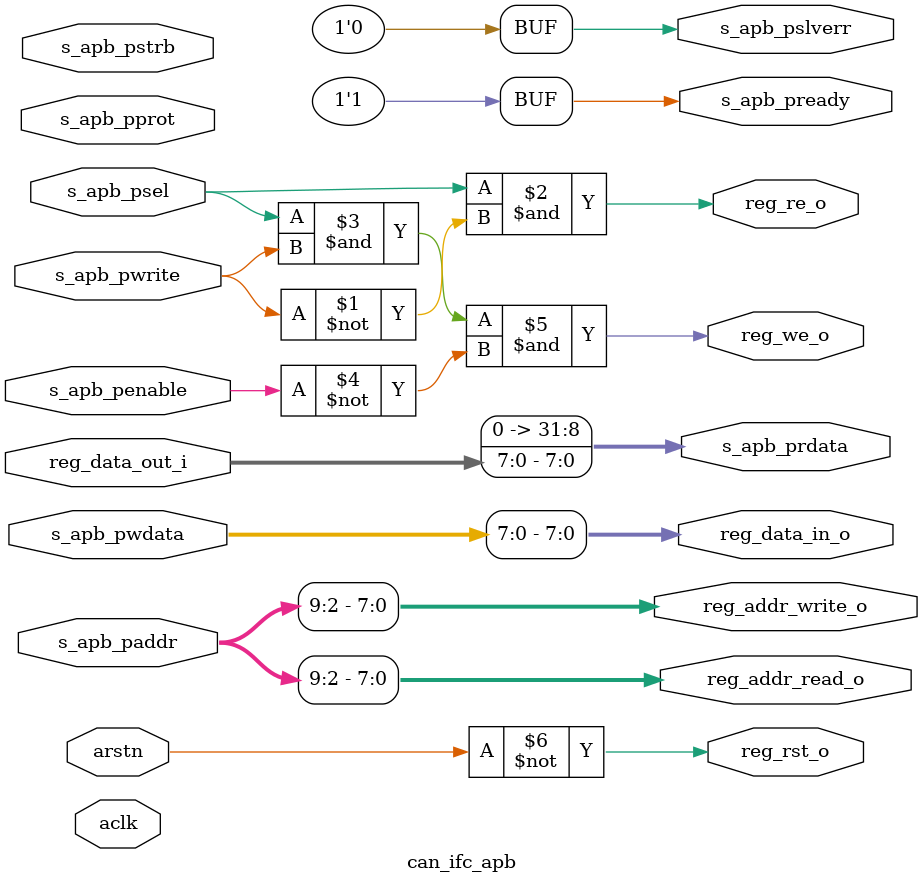
<source format=sv>
`include "timescale.v"
module can_ifc_apb
(
    output wire        reg_rst_o,
    output wire        reg_re_o,
    output wire        reg_we_o,
    output wire  [7:0] reg_addr_read_o,
    output wire  [7:0] reg_addr_write_o,
    output wire  [7:0] reg_data_in_o,
    input  wire  [7:0] reg_data_out_i,

    input  wire        aclk,
    input  wire        arstn,

    input  wire [31:0] s_apb_paddr,
    input  wire        s_apb_penable,
    input  wire  [2:0] s_apb_pprot,
    output wire [31:0] s_apb_prdata,
    output wire        s_apb_pready,
    input  wire        s_apb_psel,
    output wire        s_apb_pslverr,
    input  wire  [3:0] s_apb_pstrb,
    input  wire [31:0] s_apb_pwdata,
    input  wire        s_apb_pwrite
);
// local parameter for addressing 32 bit / 64 bit C_S_AXI_DATA_WIDTH
// ADDR_LSB is used for addressing 32/64 bit registers/memories
// ADDR_LSB = 2 for 32 bits (n downto 2)
// ADDR_LSB = 3 for 64 bits (n downto 3)
localparam integer ADDR_LSB = (32/32) + 1;

assign reg_data_in_o    = s_apb_pwdata[7:0];
assign s_apb_prdata     = {24'h000000, reg_data_out_i};

assign reg_addr_read_o  = s_apb_paddr[ADDR_LSB+8-1 : ADDR_LSB];
assign reg_addr_write_o = s_apb_paddr[ADDR_LSB+8-1 : ADDR_LSB];

assign reg_re_o         = s_apb_psel & ~s_apb_pwrite; // & s_apb_enable???
assign reg_we_o         = s_apb_psel &  s_apb_pwrite & ~s_apb_penable;
// ignore s_apb_pstrb
// ignore s_apb_pprot

assign s_apb_pready     = 1;
assign s_apb_pslverr    = 0;

assign reg_rst_o        = ~arstn;

endmodule

</source>
